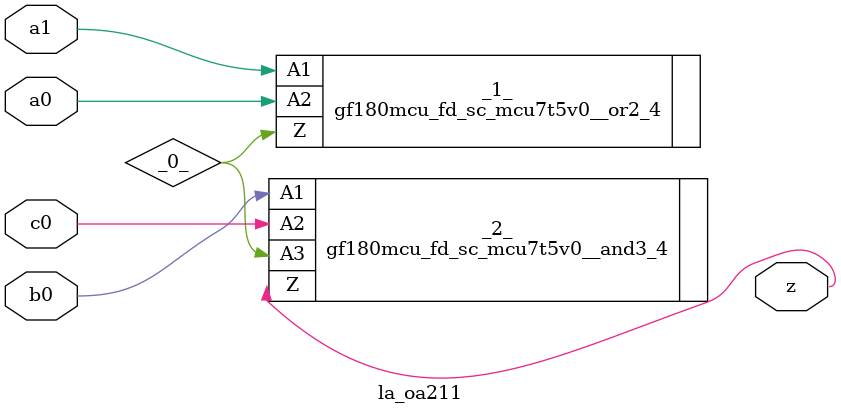
<source format=v>
/* Generated by Yosys 0.37 (git sha1 a5c7f69ed, clang 14.0.0-1ubuntu1.1 -fPIC -Os) */

module la_oa211(a0, a1, b0, c0, z);
  wire _0_;
  input a0;
  wire a0;
  input a1;
  wire a1;
  input b0;
  wire b0;
  input c0;
  wire c0;
  output z;
  wire z;
  gf180mcu_fd_sc_mcu7t5v0__or2_4 _1_ (
    .A1(a1),
    .A2(a0),
    .Z(_0_)
  );
  gf180mcu_fd_sc_mcu7t5v0__and3_4 _2_ (
    .A1(b0),
    .A2(c0),
    .A3(_0_),
    .Z(z)
  );
endmodule

</source>
